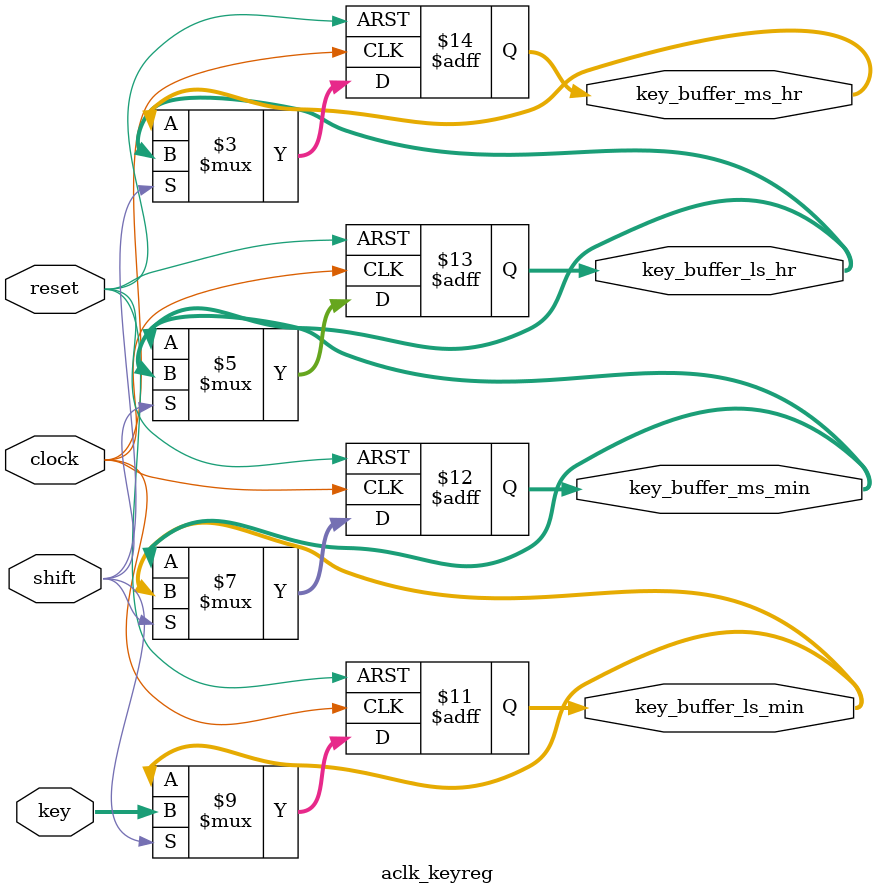
<source format=v>
module aclk_keyreg(reset,
              clock,
              shift,
              key,
              key_buffer_ls_min,
              key_buffer_ms_min,
              key_buffer_ls_hr,
              key_buffer_ms_hr);
// Define input and output port direction
input reset,clock,shift;
input [3:0] key;
output reg [3:0] key_buffer_ls_min,key_buffer_ms_min,key_buffer_ls_hr
                  ,key_buffer_ms_hr;

///////////////////////////////////////////////////////////////////
// This procedure stores the last 4 keys pressed. The FSM block
// detects the new key value and triggers the shift pulse to shift
// in the new key value.
///////////////////////////////////////////////////////////////////
always @(posedge clock or posedge reset)
  begin
    // For asynchronous reset, reset the key_buffer output register to 1'b0
    if(reset)
      begin
        key_buffer_ls_min <= 0;
        key_buffer_ms_min <= 0;
        key_buffer_ls_hr <= 0;
        key_buffer_ms_hr <=0;
      end

    // Else if there is a shift, perform left shift from LS_MIN to MS_HR
    else if (shift==1)
      begin
        key_buffer_ms_hr <= key_buffer_ls_hr;
        key_buffer_ls_hr <= key_buffer_ms_min;
        key_buffer_ms_min <= key_buffer_ls_min;
        key_buffer_ls_min <= key;
      end

  end

endmodule

</source>
